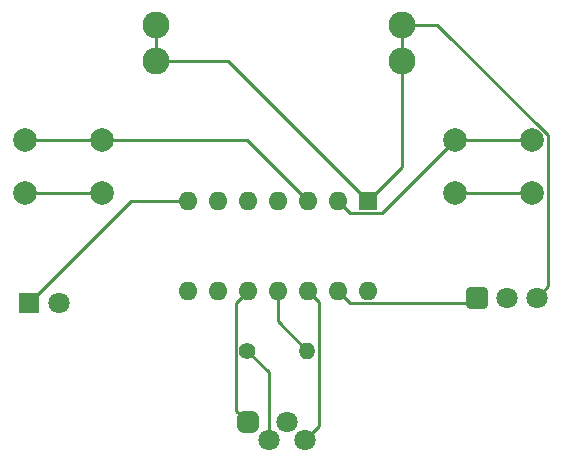
<source format=gtl>
G04 #@! TF.GenerationSoftware,KiCad,Pcbnew,(6.0.0)*
G04 #@! TF.CreationDate,2022-03-25T14:06:01-05:00*
G04 #@! TF.ProjectId,gencyber-badge-22_2,67656e63-7962-4657-922d-62616467652d,rev?*
G04 #@! TF.SameCoordinates,Original*
G04 #@! TF.FileFunction,Copper,L1,Top*
G04 #@! TF.FilePolarity,Positive*
%FSLAX46Y46*%
G04 Gerber Fmt 4.6, Leading zero omitted, Abs format (unit mm)*
G04 Created by KiCad (PCBNEW (6.0.0)) date 2022-03-25 14:06:01*
%MOMM*%
%LPD*%
G01*
G04 APERTURE LIST*
G04 Aperture macros list*
%AMRoundRect*
0 Rectangle with rounded corners*
0 $1 Rounding radius*
0 $2 $3 $4 $5 $6 $7 $8 $9 X,Y pos of 4 corners*
0 Add a 4 corners polygon primitive as box body*
4,1,4,$2,$3,$4,$5,$6,$7,$8,$9,$2,$3,0*
0 Add four circle primitives for the rounded corners*
1,1,$1+$1,$2,$3*
1,1,$1+$1,$4,$5*
1,1,$1+$1,$6,$7*
1,1,$1+$1,$8,$9*
0 Add four rect primitives between the rounded corners*
20,1,$1+$1,$2,$3,$4,$5,0*
20,1,$1+$1,$4,$5,$6,$7,0*
20,1,$1+$1,$6,$7,$8,$9,0*
20,1,$1+$1,$8,$9,$2,$3,0*%
G04 Aperture macros list end*
G04 #@! TA.AperFunction,ComponentPad*
%ADD10C,2.000000*%
G04 #@! TD*
G04 #@! TA.AperFunction,ComponentPad*
%ADD11RoundRect,0.250200X-0.649800X-0.649800X0.649800X-0.649800X0.649800X0.649800X-0.649800X0.649800X0*%
G04 #@! TD*
G04 #@! TA.AperFunction,ComponentPad*
%ADD12C,1.800000*%
G04 #@! TD*
G04 #@! TA.AperFunction,ComponentPad*
%ADD13R,1.800000X1.800000*%
G04 #@! TD*
G04 #@! TA.AperFunction,ComponentPad*
%ADD14R,1.600000X1.600000*%
G04 #@! TD*
G04 #@! TA.AperFunction,ComponentPad*
%ADD15O,1.600000X1.600000*%
G04 #@! TD*
G04 #@! TA.AperFunction,ComponentPad*
%ADD16RoundRect,0.450000X-0.450000X-0.450000X0.450000X-0.450000X0.450000X0.450000X-0.450000X0.450000X0*%
G04 #@! TD*
G04 #@! TA.AperFunction,ComponentPad*
%ADD17C,1.400000*%
G04 #@! TD*
G04 #@! TA.AperFunction,ComponentPad*
%ADD18O,1.400000X1.400000*%
G04 #@! TD*
G04 #@! TA.AperFunction,ComponentPad*
%ADD19C,2.286000*%
G04 #@! TD*
G04 #@! TA.AperFunction,Conductor*
%ADD20C,0.254000*%
G04 #@! TD*
G04 APERTURE END LIST*
D10*
X136050000Y-88550000D03*
X129550000Y-88550000D03*
X136050000Y-93050000D03*
X129550000Y-93050000D03*
D11*
X167760000Y-101875000D03*
D12*
X170300000Y-101875000D03*
X172840000Y-101875000D03*
D13*
X129910000Y-102300000D03*
D12*
X132450000Y-102300000D03*
D14*
X158560000Y-93700000D03*
D15*
X156020000Y-93700000D03*
X153480000Y-93700000D03*
X150940000Y-93700000D03*
X148400000Y-93700000D03*
X145860000Y-93700000D03*
X143320000Y-93700000D03*
X143320000Y-101320000D03*
X145860000Y-101320000D03*
X148400000Y-101320000D03*
X150940000Y-101320000D03*
X153480000Y-101320000D03*
X156020000Y-101320000D03*
X158560000Y-101320000D03*
D16*
X148390000Y-112440000D03*
D12*
X150168000Y-113964000D03*
X151692000Y-112440000D03*
X153216000Y-113964000D03*
D10*
X172450000Y-88550000D03*
X165950000Y-88550000D03*
X172450000Y-93050000D03*
X165950000Y-93050000D03*
D17*
X148360000Y-106380000D03*
D18*
X153440000Y-106380000D03*
D19*
X161414000Y-78776000D03*
X161414000Y-81824000D03*
X140586000Y-81824000D03*
X140586000Y-78776000D03*
D20*
X165950000Y-88550000D02*
X159746489Y-94753511D01*
X159746489Y-94753511D02*
X157073511Y-94753511D01*
X157073511Y-94753511D02*
X156020000Y-93700000D01*
X147406489Y-111456489D02*
X148390000Y-112440000D01*
X147406489Y-102313511D02*
X147406489Y-111456489D01*
X148400000Y-101320000D02*
X147406489Y-102313511D01*
X150168000Y-108188000D02*
X150168000Y-113964000D01*
X148360000Y-106380000D02*
X150168000Y-108188000D01*
X154393511Y-112786489D02*
X153216000Y-113964000D01*
X154393511Y-102233511D02*
X154393511Y-112786489D01*
X153480000Y-101320000D02*
X154393511Y-102233511D01*
X150940000Y-103880000D02*
X153440000Y-106380000D01*
X150940000Y-101320000D02*
X150940000Y-103880000D01*
X138510000Y-93700000D02*
X143320000Y-93700000D01*
X129910000Y-102300000D02*
X138510000Y-93700000D01*
X157073511Y-102373511D02*
X156020000Y-101320000D01*
X167261489Y-102373511D02*
X157073511Y-102373511D01*
X167760000Y-101875000D02*
X167261489Y-102373511D01*
X173800000Y-100915000D02*
X172840000Y-101875000D01*
X173800000Y-88127267D02*
X173800000Y-100915000D01*
X161414000Y-78776000D02*
X164448733Y-78776000D01*
X164448733Y-78776000D02*
X173800000Y-88127267D01*
X148330000Y-88550000D02*
X153480000Y-93700000D01*
X136050000Y-88550000D02*
X148330000Y-88550000D01*
X129550000Y-93050000D02*
X136050000Y-93050000D01*
X136050000Y-88550000D02*
X129550000Y-88550000D01*
X165950000Y-88550000D02*
X172450000Y-88550000D01*
X172450000Y-93050000D02*
X165950000Y-93050000D01*
X146684000Y-81824000D02*
X158560000Y-93700000D01*
X140586000Y-81824000D02*
X146684000Y-81824000D01*
X161414000Y-81824000D02*
X161414000Y-90846000D01*
X161414000Y-90846000D02*
X158560000Y-93700000D01*
X161414000Y-78776000D02*
X161414000Y-81824000D01*
X140586000Y-78776000D02*
X140586000Y-81824000D01*
M02*

</source>
